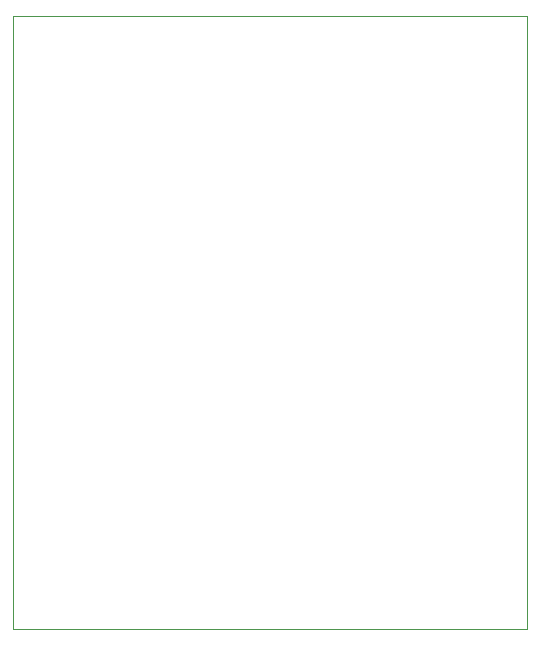
<source format=gbr>
%TF.GenerationSoftware,KiCad,Pcbnew,7.0.10*%
%TF.CreationDate,2024-08-20T03:50:42-07:00*%
%TF.ProjectId,kicad,6b696361-642e-46b6-9963-61645f706362,rev?*%
%TF.SameCoordinates,Original*%
%TF.FileFunction,Profile,NP*%
%FSLAX46Y46*%
G04 Gerber Fmt 4.6, Leading zero omitted, Abs format (unit mm)*
G04 Created by KiCad (PCBNEW 7.0.10) date 2024-08-20 03:50:42*
%MOMM*%
%LPD*%
G01*
G04 APERTURE LIST*
%TA.AperFunction,Profile*%
%ADD10C,0.100000*%
%TD*%
G04 APERTURE END LIST*
D10*
X135350000Y-72080000D02*
X178850000Y-72080000D01*
X178850000Y-123980000D01*
X135350000Y-123980000D01*
X135350000Y-72080000D01*
M02*

</source>
